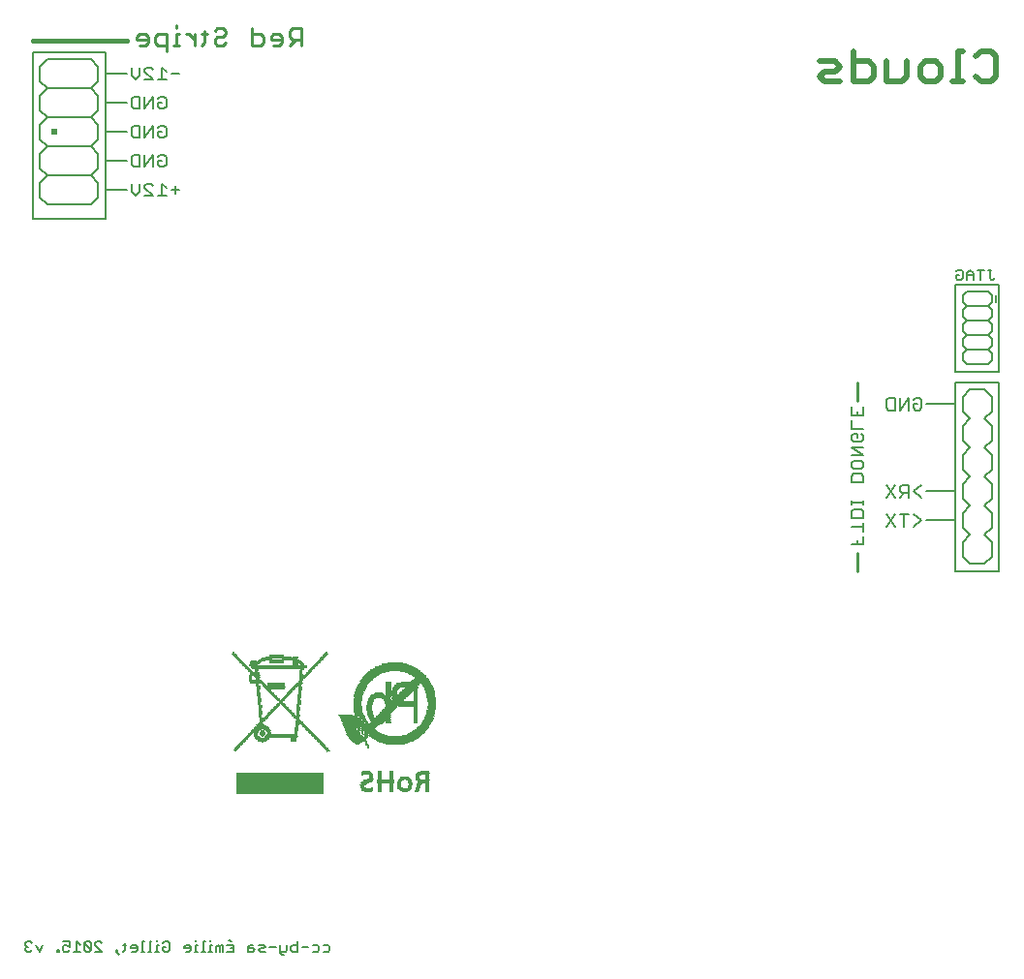
<source format=gbr>
G04 EAGLE Gerber RS-274X export*
G75*
%MOMM*%
%FSLAX34Y34*%
%LPD*%
%INSilkscreen Bottom*%
%IPPOS*%
%AMOC8*
5,1,8,0,0,1.08239X$1,22.5*%
G01*
%ADD10C,0.152400*%
%ADD11C,0.406400*%
%ADD12C,0.254000*%
%ADD13C,0.203200*%
%ADD14C,0.279400*%
%ADD15C,0.482600*%
%ADD16R,0.508000X0.508000*%
%ADD17R,7.569200X0.050800*%
%ADD18R,0.152400X0.050800*%
%ADD19R,0.203200X0.050800*%
%ADD20R,0.406400X0.050800*%
%ADD21R,0.558800X0.050800*%
%ADD22R,0.355600X0.050800*%
%ADD23R,0.711200X0.050800*%
%ADD24R,0.762000X0.050800*%
%ADD25R,0.863600X0.050800*%
%ADD26R,0.914400X0.050800*%
%ADD27R,0.965200X0.050800*%
%ADD28R,1.016000X0.050800*%
%ADD29R,1.117600X0.050800*%
%ADD30R,0.457200X0.050800*%
%ADD31R,0.304800X0.050800*%
%ADD32R,0.101600X0.050800*%
%ADD33R,0.660400X0.050800*%
%ADD34R,1.473200X0.050800*%
%ADD35R,0.812800X0.050800*%
%ADD36R,1.066800X0.050800*%
%ADD37R,0.508000X0.050800*%
%ADD38R,0.609600X0.050800*%
%ADD39R,1.219200X0.050800*%
%ADD40R,1.168400X0.050800*%
%ADD41R,0.050800X0.050800*%
%ADD42R,0.254000X0.050800*%
%ADD43R,1.727200X0.050800*%
%ADD44R,2.133600X0.050800*%
%ADD45R,2.438400X0.050800*%
%ADD46R,2.692400X0.050800*%
%ADD47R,2.946400X0.050800*%
%ADD48R,1.270000X0.050800*%
%ADD49R,3.149600X0.050800*%
%ADD50R,1.320800X0.050800*%
%ADD51R,3.352800X0.050800*%
%ADD52R,3.556000X0.050800*%
%ADD53R,3.759200X0.050800*%
%ADD54R,1.371600X0.050800*%
%ADD55R,3.860800X0.050800*%
%ADD56R,4.064000X0.050800*%
%ADD57R,4.165600X0.050800*%
%ADD58R,2.844800X0.050800*%
%ADD59R,4.368800X0.050800*%
%ADD60R,1.828800X0.050800*%
%ADD61R,1.625600X0.050800*%
%ADD62R,2.794000X0.050800*%
%ADD63R,1.524000X0.050800*%
%ADD64R,1.422400X0.050800*%
%ADD65R,2.743200X0.050800*%
%ADD66R,1.981200X0.050800*%
%ADD67R,1.930400X0.050800*%
%ADD68R,1.879600X0.050800*%
%ADD69R,1.778000X0.050800*%
%ADD70R,1.676400X0.050800*%
%ADD71R,1.574800X0.050800*%
%ADD72R,2.082800X0.050800*%
%ADD73R,2.997200X0.050800*%
%ADD74R,2.540000X0.050800*%
%ADD75R,4.216400X0.050800*%
%ADD76R,3.962400X0.050800*%
%ADD77R,4.521200X0.050800*%
%ADD78R,4.927600X0.050800*%
%ADD79R,3.403600X0.050800*%
%ADD80R,4.978400X0.050800*%
%ADD81R,3.200400X0.050800*%
%ADD82R,5.029200X0.050800*%
%ADD83R,2.184400X0.050800*%
%ADD84R,3.454400X0.050800*%
%ADD85R,2.286000X0.050800*%


D10*
X95250Y917575D02*
X31750Y917575D01*
X31750Y771525D01*
X95250Y771525D01*
X95250Y796925D01*
X95250Y822325D01*
X95250Y847725D01*
X95250Y873125D01*
X95250Y898525D01*
X95250Y917575D01*
D11*
X114300Y927100D02*
X31750Y927100D01*
D10*
X838200Y714375D02*
X876300Y714375D01*
X876300Y638175D01*
X838200Y638175D01*
X838200Y714375D01*
X838200Y628650D02*
X876300Y628650D01*
X876300Y463550D01*
X838200Y463550D01*
X838200Y628650D01*
D12*
X752475Y628650D02*
X752475Y612775D01*
X752475Y479425D02*
X752475Y463550D01*
D10*
X114300Y898525D02*
X95250Y898525D01*
X95250Y847725D02*
X114300Y847725D01*
X114300Y796925D02*
X95250Y796925D01*
X95250Y873125D02*
X114300Y873125D01*
X114300Y822325D02*
X95250Y822325D01*
X812800Y609600D02*
X838200Y609600D01*
X838200Y533400D02*
X812800Y533400D01*
X812800Y508000D02*
X838200Y508000D01*
X870922Y718312D02*
X872363Y719753D01*
X870922Y718312D02*
X869482Y718312D01*
X868041Y719753D01*
X868041Y726955D01*
X866601Y726955D02*
X869482Y726955D01*
X860127Y726955D02*
X860127Y718312D01*
X863008Y726955D02*
X857246Y726955D01*
X853653Y724074D02*
X853653Y718312D01*
X853653Y724074D02*
X850772Y726955D01*
X847890Y724074D01*
X847890Y718312D01*
X847890Y722634D02*
X853653Y722634D01*
X839976Y726955D02*
X838535Y725515D01*
X839976Y726955D02*
X842857Y726955D01*
X844297Y725515D01*
X844297Y719753D01*
X842857Y718312D01*
X839976Y718312D01*
X838535Y719753D01*
X838535Y722634D01*
X841416Y722634D01*
D13*
X803270Y614943D02*
X801491Y613164D01*
X803270Y614943D02*
X806830Y614943D01*
X808609Y613164D01*
X808609Y606046D01*
X806830Y604266D01*
X803270Y604266D01*
X801491Y606046D01*
X801491Y609605D01*
X805050Y609605D01*
X796915Y614943D02*
X796915Y604266D01*
X789797Y604266D02*
X796915Y614943D01*
X789797Y614943D02*
X789797Y604266D01*
X785221Y604266D02*
X785221Y614943D01*
X785221Y604266D02*
X779883Y604266D01*
X778103Y606046D01*
X778103Y613164D01*
X779883Y614943D01*
X785221Y614943D01*
X808609Y538743D02*
X801491Y533405D01*
X808609Y528066D01*
X796915Y528066D02*
X796915Y538743D01*
X791576Y538743D01*
X789797Y536964D01*
X789797Y533405D01*
X791576Y531625D01*
X796915Y531625D01*
X793356Y531625D02*
X789797Y528066D01*
X785221Y538743D02*
X778103Y528066D01*
X785221Y528066D02*
X778103Y538743D01*
X801491Y513343D02*
X808609Y508005D01*
X801491Y502666D01*
X793356Y502666D02*
X793356Y513343D01*
X796915Y513343D02*
X789797Y513343D01*
X785221Y513343D02*
X778103Y502666D01*
X785221Y502666D02*
X778103Y513343D01*
X160060Y796930D02*
X152942Y796930D01*
X156501Y800489D02*
X156501Y793371D01*
X148366Y798709D02*
X144807Y802268D01*
X144807Y791591D01*
X148366Y791591D02*
X141248Y791591D01*
X136672Y791591D02*
X129554Y791591D01*
X136672Y791591D02*
X129554Y798709D01*
X129554Y800489D01*
X131333Y802268D01*
X134893Y802268D01*
X136672Y800489D01*
X124978Y802268D02*
X124978Y795150D01*
X121419Y791591D01*
X117860Y795150D01*
X117860Y802268D01*
X152942Y898530D02*
X160060Y898530D01*
X148366Y900309D02*
X144807Y903868D01*
X144807Y893191D01*
X148366Y893191D02*
X141248Y893191D01*
X136672Y893191D02*
X129554Y893191D01*
X136672Y893191D02*
X129554Y900309D01*
X129554Y902089D01*
X131333Y903868D01*
X134893Y903868D01*
X136672Y902089D01*
X124978Y903868D02*
X124978Y896750D01*
X121419Y893191D01*
X117860Y896750D01*
X117860Y903868D01*
X143027Y853068D02*
X141248Y851289D01*
X143027Y853068D02*
X146586Y853068D01*
X148366Y851289D01*
X148366Y844171D01*
X146586Y842391D01*
X143027Y842391D01*
X141248Y844171D01*
X141248Y847730D01*
X144807Y847730D01*
X136672Y853068D02*
X136672Y842391D01*
X129554Y842391D02*
X136672Y853068D01*
X129554Y853068D02*
X129554Y842391D01*
X124978Y842391D02*
X124978Y853068D01*
X124978Y842391D02*
X119639Y842391D01*
X117860Y844171D01*
X117860Y851289D01*
X119639Y853068D01*
X124978Y853068D01*
D14*
X266151Y923417D02*
X266151Y938416D01*
X258652Y938416D01*
X256152Y935916D01*
X256152Y930916D01*
X258652Y928417D01*
X266151Y928417D01*
X261151Y928417D02*
X256152Y923417D01*
X247280Y923417D02*
X242280Y923417D01*
X247280Y923417D02*
X249779Y925917D01*
X249779Y930916D01*
X247280Y933416D01*
X242280Y933416D01*
X239780Y930916D01*
X239780Y928417D01*
X249779Y928417D01*
X223409Y923417D02*
X223409Y938416D01*
X223409Y923417D02*
X230908Y923417D01*
X233408Y925917D01*
X233408Y930916D01*
X230908Y933416D01*
X223409Y933416D01*
X193165Y938416D02*
X190665Y935916D01*
X193165Y938416D02*
X198165Y938416D01*
X200665Y935916D01*
X200665Y933416D01*
X198165Y930916D01*
X193165Y930916D01*
X190665Y928417D01*
X190665Y925917D01*
X193165Y923417D01*
X198165Y923417D01*
X200665Y925917D01*
X181793Y925917D02*
X181793Y935916D01*
X181793Y925917D02*
X179294Y923417D01*
X179294Y933416D02*
X184293Y933416D01*
X173379Y933416D02*
X173379Y923417D01*
X173379Y928417D02*
X168379Y933416D01*
X165879Y933416D01*
X159736Y933416D02*
X157236Y933416D01*
X157236Y923417D01*
X159736Y923417D02*
X154736Y923417D01*
X157236Y938416D02*
X157236Y940916D01*
X148821Y933416D02*
X148821Y918417D01*
X148821Y933416D02*
X141322Y933416D01*
X138822Y930916D01*
X138822Y925917D01*
X141322Y923417D01*
X148821Y923417D01*
X129950Y923417D02*
X124950Y923417D01*
X129950Y923417D02*
X132450Y925917D01*
X132450Y930916D01*
X129950Y933416D01*
X124950Y933416D01*
X122451Y930916D01*
X122451Y928417D01*
X132450Y928417D01*
D10*
X285576Y136699D02*
X289897Y136699D01*
X291338Y135259D01*
X291338Y132378D01*
X289897Y130937D01*
X285576Y130937D01*
X280542Y136699D02*
X276221Y136699D01*
X280542Y136699D02*
X281983Y135259D01*
X281983Y132378D01*
X280542Y130937D01*
X276221Y130937D01*
X272628Y135259D02*
X266865Y135259D01*
X263272Y139580D02*
X263272Y130937D01*
X258951Y130937D01*
X257510Y132378D01*
X257510Y135259D01*
X258951Y136699D01*
X263272Y136699D01*
X253917Y136699D02*
X253917Y132378D01*
X252477Y130937D01*
X248155Y130937D01*
X248155Y129496D02*
X248155Y136699D01*
X248155Y129496D02*
X249596Y128056D01*
X251036Y128056D01*
X244562Y135259D02*
X238800Y135259D01*
X235207Y130937D02*
X230885Y130937D01*
X229445Y132378D01*
X230885Y133818D01*
X233766Y133818D01*
X235207Y135259D01*
X233766Y136699D01*
X229445Y136699D01*
X224411Y136699D02*
X221530Y136699D01*
X220089Y135259D01*
X220089Y130937D01*
X224411Y130937D01*
X225852Y132378D01*
X224411Y133818D01*
X220089Y133818D01*
X207141Y136699D02*
X201379Y136699D01*
X207141Y136699D02*
X207141Y130937D01*
X201379Y130937D01*
X204260Y133818D02*
X207141Y133818D01*
X205701Y139580D02*
X202820Y141021D01*
X197786Y136699D02*
X197786Y130937D01*
X197786Y136699D02*
X196346Y136699D01*
X194905Y135259D01*
X194905Y130937D01*
X194905Y135259D02*
X193464Y136699D01*
X192024Y135259D01*
X192024Y130937D01*
X188431Y136699D02*
X186990Y136699D01*
X186990Y130937D01*
X185550Y130937D02*
X188431Y130937D01*
X186990Y139580D02*
X186990Y141021D01*
X182194Y139580D02*
X180754Y139580D01*
X180754Y130937D01*
X182194Y130937D02*
X179313Y130937D01*
X175957Y136699D02*
X174517Y136699D01*
X174517Y130937D01*
X175957Y130937D02*
X173076Y130937D01*
X174517Y139580D02*
X174517Y141021D01*
X168280Y130937D02*
X165399Y130937D01*
X168280Y130937D02*
X169721Y132378D01*
X169721Y135259D01*
X168280Y136699D01*
X165399Y136699D01*
X163958Y135259D01*
X163958Y133818D01*
X169721Y133818D01*
X146689Y139580D02*
X145248Y138140D01*
X146689Y139580D02*
X149570Y139580D01*
X151010Y138140D01*
X151010Y132378D01*
X149570Y130937D01*
X146689Y130937D01*
X145248Y132378D01*
X145248Y135259D01*
X148129Y135259D01*
X141655Y136699D02*
X140214Y136699D01*
X140214Y130937D01*
X138774Y130937D02*
X141655Y130937D01*
X140214Y139580D02*
X140214Y141021D01*
X135418Y139580D02*
X133978Y139580D01*
X133978Y130937D01*
X135418Y130937D02*
X132537Y130937D01*
X129181Y139580D02*
X127741Y139580D01*
X127741Y130937D01*
X129181Y130937D02*
X126300Y130937D01*
X121504Y130937D02*
X118623Y130937D01*
X121504Y130937D02*
X122945Y132378D01*
X122945Y135259D01*
X121504Y136699D01*
X118623Y136699D01*
X117182Y135259D01*
X117182Y133818D01*
X122945Y133818D01*
X112149Y132378D02*
X112149Y138140D01*
X112149Y132378D02*
X110708Y130937D01*
X110708Y136699D02*
X113590Y136699D01*
X107353Y128056D02*
X104472Y130937D01*
X104472Y132378D01*
X105912Y132378D01*
X105912Y130937D01*
X104472Y130937D01*
X91761Y130937D02*
X85999Y130937D01*
X91761Y130937D02*
X85999Y136699D01*
X85999Y138140D01*
X87439Y139580D01*
X90320Y139580D01*
X91761Y138140D01*
X82406Y138140D02*
X82406Y132378D01*
X82406Y138140D02*
X80965Y139580D01*
X78084Y139580D01*
X76643Y138140D01*
X76643Y132378D01*
X78084Y130937D01*
X80965Y130937D01*
X82406Y132378D01*
X76643Y138140D01*
X73050Y136699D02*
X70169Y139580D01*
X70169Y130937D01*
X73050Y130937D02*
X67288Y130937D01*
X63695Y139580D02*
X57933Y139580D01*
X63695Y139580D02*
X63695Y135259D01*
X60814Y136699D01*
X59374Y136699D01*
X57933Y135259D01*
X57933Y132378D01*
X59374Y130937D01*
X62255Y130937D01*
X63695Y132378D01*
X54340Y132378D02*
X54340Y130937D01*
X54340Y132378D02*
X52899Y132378D01*
X52899Y130937D01*
X54340Y130937D01*
X40307Y136699D02*
X37426Y130937D01*
X34545Y136699D01*
X30952Y138140D02*
X29511Y139580D01*
X26630Y139580D01*
X25190Y138140D01*
X25190Y136699D01*
X26630Y135259D01*
X28071Y135259D01*
X26630Y135259D02*
X25190Y133818D01*
X25190Y132378D01*
X26630Y130937D01*
X29511Y130937D01*
X30952Y132378D01*
D13*
X747141Y486791D02*
X757818Y486791D01*
X757818Y493909D01*
X752480Y490350D02*
X752480Y486791D01*
X747141Y502044D02*
X757818Y502044D01*
X757818Y498485D02*
X757818Y505603D01*
X757818Y510179D02*
X747141Y510179D01*
X747141Y515518D01*
X748921Y517297D01*
X756039Y517297D01*
X757818Y515518D01*
X757818Y510179D01*
X747141Y521873D02*
X747141Y525432D01*
X747141Y523652D02*
X757818Y523652D01*
X757818Y521873D02*
X757818Y525432D01*
X757818Y541363D02*
X747141Y541363D01*
X747141Y546701D01*
X748921Y548481D01*
X756039Y548481D01*
X757818Y546701D01*
X757818Y541363D01*
X757818Y554836D02*
X757818Y558395D01*
X757818Y554836D02*
X756039Y553057D01*
X748921Y553057D01*
X747141Y554836D01*
X747141Y558395D01*
X748921Y560175D01*
X756039Y560175D01*
X757818Y558395D01*
X757818Y564751D02*
X747141Y564751D01*
X747141Y571869D02*
X757818Y564751D01*
X757818Y571869D02*
X747141Y571869D01*
X757818Y581783D02*
X756039Y583563D01*
X757818Y581783D02*
X757818Y578224D01*
X756039Y576445D01*
X748921Y576445D01*
X747141Y578224D01*
X747141Y581783D01*
X748921Y583563D01*
X752480Y583563D01*
X752480Y580004D01*
X757818Y588139D02*
X747141Y588139D01*
X747141Y595257D01*
X757818Y599833D02*
X757818Y606951D01*
X757818Y599833D02*
X747141Y599833D01*
X747141Y606951D01*
X752480Y603392D02*
X752480Y599833D01*
X143027Y878468D02*
X141248Y876689D01*
X143027Y878468D02*
X146586Y878468D01*
X148366Y876689D01*
X148366Y869571D01*
X146586Y867791D01*
X143027Y867791D01*
X141248Y869571D01*
X141248Y873130D01*
X144807Y873130D01*
X136672Y878468D02*
X136672Y867791D01*
X129554Y867791D02*
X136672Y878468D01*
X129554Y878468D02*
X129554Y867791D01*
X124978Y867791D02*
X124978Y878468D01*
X124978Y867791D02*
X119639Y867791D01*
X117860Y869571D01*
X117860Y876689D01*
X119639Y878468D01*
X124978Y878468D01*
X143027Y827668D02*
X141248Y825889D01*
X143027Y827668D02*
X146586Y827668D01*
X148366Y825889D01*
X148366Y818771D01*
X146586Y816991D01*
X143027Y816991D01*
X141248Y818771D01*
X141248Y822330D01*
X144807Y822330D01*
X136672Y827668D02*
X136672Y816991D01*
X129554Y816991D02*
X136672Y827668D01*
X129554Y827668D02*
X129554Y816991D01*
X124978Y816991D02*
X124978Y827668D01*
X124978Y816991D02*
X119639Y816991D01*
X117860Y818771D01*
X117860Y825889D01*
X119639Y827668D01*
X124978Y827668D01*
D15*
X855922Y913869D02*
X860414Y918360D01*
X869396Y918360D01*
X873887Y913869D01*
X873887Y895904D01*
X869396Y891413D01*
X860414Y891413D01*
X855922Y895904D01*
X844652Y918360D02*
X840161Y918360D01*
X840161Y891413D01*
X844652Y891413D02*
X835670Y891413D01*
X820671Y891413D02*
X811689Y891413D01*
X807197Y895904D01*
X807197Y904887D01*
X811689Y909378D01*
X820671Y909378D01*
X825162Y904887D01*
X825162Y895904D01*
X820671Y891413D01*
X795927Y895904D02*
X795927Y909378D01*
X795927Y895904D02*
X791436Y891413D01*
X777962Y891413D01*
X777962Y909378D01*
X748727Y918360D02*
X748727Y891413D01*
X762201Y891413D01*
X766692Y895904D01*
X766692Y904887D01*
X762201Y909378D01*
X748727Y909378D01*
X737457Y891413D02*
X723984Y891413D01*
X719492Y895904D01*
X723984Y900395D01*
X732966Y900395D01*
X737457Y904887D01*
X732966Y909378D01*
X719492Y909378D01*
D10*
X866775Y708025D02*
X869950Y704850D01*
X869950Y698500D02*
X866775Y695325D01*
X869950Y692150D01*
X869950Y685800D02*
X866775Y682625D01*
X869950Y679450D01*
X869950Y673100D02*
X866775Y669925D01*
X869950Y666750D01*
X869950Y660400D02*
X866775Y657225D01*
X866775Y708025D02*
X847725Y708025D01*
X844550Y704850D01*
X844550Y698500D01*
X847725Y695325D01*
X844550Y692150D01*
X844550Y685800D01*
X847725Y682625D01*
X844550Y679450D01*
X844550Y673100D01*
X847725Y669925D01*
X844550Y666750D01*
X844550Y660400D01*
X847725Y657225D01*
X847725Y695325D02*
X866775Y695325D01*
X866775Y682625D02*
X847725Y682625D01*
X847725Y669925D02*
X866775Y669925D01*
X866775Y657225D02*
X847725Y657225D01*
X869950Y660400D02*
X869950Y666750D01*
X869950Y673100D02*
X869950Y679450D01*
X869950Y685800D02*
X869950Y692150D01*
X869950Y698500D02*
X869950Y704850D01*
X866775Y657225D02*
X869950Y654050D01*
X869950Y647700D02*
X866775Y644525D01*
X847725Y657225D02*
X844550Y654050D01*
X844550Y647700D01*
X847725Y644525D01*
X866775Y644525D01*
X869950Y647700D02*
X869950Y654050D01*
D13*
X873125Y698500D02*
X873125Y704850D01*
X850900Y495300D02*
X844550Y488950D01*
X844550Y476250D01*
X850900Y469900D01*
X863600Y469900D02*
X869950Y476250D01*
X869950Y488950D01*
X863600Y495300D01*
X844550Y527050D02*
X844550Y539750D01*
X844550Y527050D02*
X850900Y520700D01*
X863600Y520700D02*
X869950Y527050D01*
X850900Y520700D02*
X844550Y514350D01*
X844550Y501650D01*
X850900Y495300D01*
X863600Y495300D02*
X869950Y501650D01*
X869950Y514350D01*
X863600Y520700D01*
X844550Y565150D02*
X850900Y571500D01*
X844550Y565150D02*
X844550Y552450D01*
X850900Y546100D01*
X863600Y546100D02*
X869950Y552450D01*
X869950Y565150D01*
X863600Y571500D01*
X850900Y546100D02*
X844550Y539750D01*
X863600Y546100D02*
X869950Y539750D01*
X869950Y527050D01*
X844550Y603250D02*
X844550Y615950D01*
X844550Y603250D02*
X850900Y596900D01*
X863600Y596900D02*
X869950Y603250D01*
X850900Y596900D02*
X844550Y590550D01*
X844550Y577850D01*
X850900Y571500D01*
X863600Y571500D02*
X869950Y577850D01*
X869950Y590550D01*
X863600Y596900D01*
X863600Y622300D02*
X850900Y622300D01*
X844550Y615950D01*
X863600Y622300D02*
X869950Y615950D01*
X869950Y603250D01*
X863600Y469900D02*
X850900Y469900D01*
D10*
X44450Y784225D02*
X38100Y790575D01*
X38100Y803275D02*
X44450Y809625D01*
X38100Y815975D01*
X38100Y828675D02*
X44450Y835025D01*
X38100Y841375D01*
X38100Y854075D02*
X44450Y860425D01*
X38100Y866775D01*
X38100Y879475D02*
X44450Y885825D01*
X44450Y784225D02*
X82550Y784225D01*
X88900Y790575D01*
X88900Y803275D01*
X82550Y809625D01*
X88900Y815975D01*
X88900Y828675D01*
X82550Y835025D01*
X88900Y841375D01*
X88900Y854075D01*
X82550Y860425D01*
X88900Y866775D01*
X88900Y879475D01*
X82550Y885825D01*
X82550Y809625D02*
X44450Y809625D01*
X44450Y835025D02*
X82550Y835025D01*
X82550Y860425D02*
X44450Y860425D01*
X44450Y885825D02*
X82550Y885825D01*
X38100Y879475D02*
X38100Y866775D01*
X38100Y854075D02*
X38100Y841375D01*
X38100Y828675D02*
X38100Y815975D01*
X38100Y803275D02*
X38100Y790575D01*
X44450Y885825D02*
X38100Y892175D01*
X38100Y904875D02*
X44450Y911225D01*
X82550Y885825D02*
X88900Y892175D01*
X88900Y904875D01*
X82550Y911225D01*
X44450Y911225D01*
X38100Y904875D02*
X38100Y892175D01*
D13*
X31750Y803275D02*
X31750Y790575D01*
D16*
X50800Y847725D03*
D17*
X248031Y268478D03*
X248031Y268986D03*
X248031Y269494D03*
D18*
X356743Y270002D03*
D19*
X324993Y270002D03*
D17*
X248031Y270002D03*
D20*
X376301Y270510D03*
X367157Y270510D03*
D21*
X356743Y270510D03*
D20*
X345313Y270510D03*
D22*
X334899Y270510D03*
D23*
X324993Y270510D03*
D17*
X248031Y270510D03*
D20*
X376301Y271018D03*
X367157Y271018D03*
D24*
X356743Y271018D03*
D20*
X345313Y271018D03*
X334645Y271018D03*
D25*
X324739Y271018D03*
D17*
X248031Y271018D03*
D20*
X376301Y271526D03*
X367665Y271526D03*
D26*
X356997Y271526D03*
D20*
X345313Y271526D03*
X334645Y271526D03*
D27*
X324231Y271526D03*
D17*
X248031Y271526D03*
D20*
X376301Y272034D03*
X367665Y272034D03*
D28*
X356997Y272034D03*
D20*
X345313Y272034D03*
X334645Y272034D03*
D28*
X323977Y272034D03*
D17*
X248031Y272034D03*
D20*
X376301Y272542D03*
X367665Y272542D03*
D29*
X356997Y272542D03*
D20*
X345313Y272542D03*
X334645Y272542D03*
D28*
X323977Y272542D03*
D17*
X248031Y272542D03*
D20*
X376301Y273050D03*
X368173Y273050D03*
D30*
X360299Y273050D03*
X353187Y273050D03*
D20*
X345313Y273050D03*
X334645Y273050D03*
D31*
X327533Y273050D03*
D21*
X321183Y273050D03*
D17*
X248031Y273050D03*
D20*
X376301Y273558D03*
X368173Y273558D03*
X361061Y273558D03*
D30*
X352679Y273558D03*
D20*
X345313Y273558D03*
X334645Y273558D03*
D32*
X328549Y273558D03*
D30*
X320675Y273558D03*
D17*
X248031Y273558D03*
D20*
X376301Y274066D03*
X368681Y274066D03*
X361061Y274066D03*
X352425Y274066D03*
X345313Y274066D03*
X334645Y274066D03*
X320421Y274066D03*
D17*
X248031Y274066D03*
D20*
X376301Y274574D03*
X368681Y274574D03*
X361569Y274574D03*
D22*
X352171Y274574D03*
D20*
X345313Y274574D03*
X334645Y274574D03*
X319913Y274574D03*
D17*
X248031Y274574D03*
D20*
X376301Y275082D03*
X368681Y275082D03*
X361569Y275082D03*
X351917Y275082D03*
X345313Y275082D03*
X334645Y275082D03*
X319913Y275082D03*
D17*
X248031Y275082D03*
D20*
X376301Y275590D03*
X369189Y275590D03*
X361569Y275590D03*
X351917Y275590D03*
X345313Y275590D03*
X334645Y275590D03*
X319913Y275590D03*
D17*
X248031Y275590D03*
D20*
X376301Y276098D03*
X369189Y276098D03*
D22*
X361823Y276098D03*
D20*
X351917Y276098D03*
X345313Y276098D03*
X334645Y276098D03*
D30*
X320167Y276098D03*
D17*
X248031Y276098D03*
D20*
X376301Y276606D03*
X369697Y276606D03*
D22*
X361823Y276606D03*
D20*
X351917Y276606D03*
X345313Y276606D03*
X334645Y276606D03*
D30*
X320675Y276606D03*
D17*
X248031Y276606D03*
D20*
X376301Y277114D03*
D30*
X369951Y277114D03*
D22*
X361823Y277114D03*
D20*
X351917Y277114D03*
X345313Y277114D03*
X334645Y277114D03*
D21*
X321183Y277114D03*
D17*
X248031Y277114D03*
D28*
X373253Y277622D03*
D22*
X361823Y277622D03*
D20*
X351917Y277622D03*
X345313Y277622D03*
X334645Y277622D03*
D33*
X321691Y277622D03*
D17*
X248031Y277622D03*
D28*
X373253Y278130D03*
D20*
X361569Y278130D03*
X351917Y278130D03*
D34*
X339979Y278130D03*
D23*
X322453Y278130D03*
D17*
X248031Y278130D03*
D27*
X373507Y278638D03*
D20*
X361569Y278638D03*
X351917Y278638D03*
D34*
X339979Y278638D03*
D24*
X323215Y278638D03*
D17*
X248031Y278638D03*
D27*
X373507Y279146D03*
D22*
X361315Y279146D03*
X352171Y279146D03*
D34*
X339979Y279146D03*
D35*
X323977Y279146D03*
D17*
X248031Y279146D03*
D36*
X372999Y279654D03*
D20*
X361061Y279654D03*
X352425Y279654D03*
D34*
X339979Y279654D03*
D35*
X324485Y279654D03*
D17*
X248031Y279654D03*
D29*
X372745Y280162D03*
D30*
X360807Y280162D03*
D20*
X352933Y280162D03*
D34*
X339979Y280162D03*
D24*
X325247Y280162D03*
D17*
X248031Y280162D03*
D20*
X376301Y280670D03*
D37*
X369189Y280670D03*
X360045Y280670D03*
X353441Y280670D03*
D34*
X339979Y280670D03*
D38*
X326009Y280670D03*
D17*
X248031Y280670D03*
D20*
X376301Y281178D03*
X368681Y281178D03*
D36*
X356743Y281178D03*
D20*
X345313Y281178D03*
X334645Y281178D03*
D21*
X326771Y281178D03*
D17*
X248031Y281178D03*
D20*
X376301Y281686D03*
X368173Y281686D03*
D27*
X356743Y281686D03*
D20*
X345313Y281686D03*
X334645Y281686D03*
D30*
X327279Y281686D03*
D17*
X248031Y281686D03*
D20*
X376301Y282194D03*
D22*
X367919Y282194D03*
D25*
X356743Y282194D03*
D20*
X345313Y282194D03*
X334645Y282194D03*
X327533Y282194D03*
D17*
X248031Y282194D03*
D20*
X376301Y282702D03*
D22*
X367919Y282702D03*
D24*
X356743Y282702D03*
D20*
X345313Y282702D03*
X334645Y282702D03*
X327533Y282702D03*
D17*
X248031Y282702D03*
D20*
X376301Y283210D03*
D22*
X367919Y283210D03*
D37*
X356997Y283210D03*
D20*
X345313Y283210D03*
X334645Y283210D03*
X327533Y283210D03*
D17*
X248031Y283210D03*
D20*
X376301Y283718D03*
X368173Y283718D03*
X345313Y283718D03*
X334645Y283718D03*
X327533Y283718D03*
D17*
X248031Y283718D03*
D20*
X376301Y284226D03*
X368173Y284226D03*
X345313Y284226D03*
X334645Y284226D03*
X327533Y284226D03*
D17*
X248031Y284226D03*
D20*
X376301Y284734D03*
D37*
X368681Y284734D03*
D20*
X345313Y284734D03*
X334645Y284734D03*
X327025Y284734D03*
D32*
X319913Y284734D03*
D17*
X248031Y284734D03*
D39*
X372237Y285242D03*
D20*
X345313Y285242D03*
X334645Y285242D03*
D27*
X324231Y285242D03*
D17*
X248031Y285242D03*
D40*
X372491Y285750D03*
D20*
X345313Y285750D03*
X334645Y285750D03*
D26*
X323977Y285750D03*
D17*
X248031Y285750D03*
D29*
X372745Y286258D03*
D20*
X345313Y286258D03*
X334645Y286258D03*
D26*
X323977Y286258D03*
D17*
X248031Y286258D03*
D36*
X372999Y286766D03*
D20*
X345313Y286766D03*
X334645Y286766D03*
D26*
X323469Y286766D03*
D27*
X373507Y287274D03*
D20*
X345313Y287274D03*
X334645Y287274D03*
D35*
X322961Y287274D03*
D24*
X374523Y287782D03*
D31*
X345313Y287782D03*
D22*
X334899Y287782D03*
D38*
X322961Y287782D03*
D41*
X289687Y305054D03*
D18*
X289687Y305562D03*
D32*
X208661Y305562D03*
D31*
X289941Y306070D03*
D19*
X208661Y306070D03*
D22*
X289687Y306578D03*
D31*
X208661Y306578D03*
D22*
X289179Y307086D03*
X208915Y307086D03*
X288671Y307594D03*
X209423Y307594D03*
D32*
X324993Y308102D03*
D22*
X288163Y308102D03*
X209931Y308102D03*
D19*
X324993Y308610D03*
D31*
X287909Y308610D03*
D22*
X210439Y308610D03*
D19*
X324993Y309118D03*
D22*
X287147Y309118D03*
D31*
X210693Y309118D03*
D19*
X324993Y309626D03*
D22*
X286639Y309626D03*
D31*
X211201Y309626D03*
D19*
X324485Y310134D03*
D22*
X286131Y310134D03*
D31*
X211709Y310134D03*
D19*
X324485Y310642D03*
D22*
X285623Y310642D03*
D31*
X212217Y310642D03*
D42*
X324231Y311150D03*
D31*
X285369Y311150D03*
X212725Y311150D03*
D39*
X348361Y311658D03*
D19*
X323977Y311658D03*
D31*
X284861Y311658D03*
X213233Y311658D03*
D43*
X348361Y312166D03*
D42*
X323723Y312166D03*
D31*
X315849Y312166D03*
X284353Y312166D03*
X213741Y312166D03*
D44*
X348361Y312674D03*
D19*
X323469Y312674D03*
D21*
X315595Y312674D03*
D31*
X283845Y312674D03*
X214249Y312674D03*
D45*
X348361Y313182D03*
D19*
X322961Y313182D03*
D24*
X315595Y313182D03*
D31*
X283337Y313182D03*
X214757Y313182D03*
D46*
X348107Y313690D03*
D19*
X322961Y313690D03*
D26*
X315849Y313690D03*
D31*
X282829Y313690D03*
D32*
X232537Y313690D03*
D31*
X215265Y313690D03*
D47*
X348361Y314198D03*
D48*
X317119Y314198D03*
D31*
X282321Y314198D03*
D37*
X259969Y314198D03*
D21*
X232283Y314198D03*
D31*
X215773Y314198D03*
D49*
X348361Y314706D03*
D50*
X316865Y314706D03*
D31*
X281813Y314706D03*
D37*
X259969Y314706D03*
D24*
X232283Y314706D03*
D31*
X216281Y314706D03*
D51*
X348361Y315214D03*
D50*
X316357Y315214D03*
D31*
X281305Y315214D03*
D37*
X259969Y315214D03*
D26*
X232537Y315214D03*
D31*
X216789Y315214D03*
D52*
X348361Y315722D03*
D50*
X315849Y315722D03*
D31*
X280797Y315722D03*
D37*
X259969Y315722D03*
D28*
X232537Y315722D03*
D31*
X217297Y315722D03*
D53*
X348361Y316230D03*
D41*
X323215Y316230D03*
D54*
X315595Y316230D03*
D31*
X280289Y316230D03*
D37*
X259969Y316230D03*
D29*
X232537Y316230D03*
D31*
X217805Y316230D03*
D55*
X348361Y316738D03*
D18*
X323215Y316738D03*
D54*
X315087Y316738D03*
D31*
X279781Y316738D03*
D37*
X259969Y316738D03*
D39*
X232537Y316738D03*
D22*
X218059Y316738D03*
D56*
X348361Y317246D03*
D42*
X323215Y317246D03*
D50*
X314833Y317246D03*
D31*
X279273Y317246D03*
D37*
X259969Y317246D03*
D48*
X232283Y317246D03*
D22*
X218567Y317246D03*
D57*
X348361Y317754D03*
D31*
X322961Y317754D03*
D50*
X314325Y317754D03*
D31*
X278765Y317754D03*
D58*
X248285Y317754D03*
D37*
X228473Y317754D03*
D22*
X219075Y317754D03*
D59*
X348361Y318262D03*
D31*
X322961Y318262D03*
D54*
X314071Y318262D03*
D31*
X278257Y318262D03*
D58*
X248793Y318262D03*
D30*
X227711Y318262D03*
D22*
X219583Y318262D03*
D60*
X361569Y318770D03*
X335153Y318770D03*
D31*
X322961Y318770D03*
D50*
X313817Y318770D03*
D31*
X277749Y318770D03*
D58*
X249301Y318770D03*
D18*
X232283Y318770D03*
D20*
X227457Y318770D03*
D22*
X220091Y318770D03*
D61*
X363093Y319278D03*
X333629Y319278D03*
D31*
X322961Y319278D03*
D50*
X313309Y319278D03*
D31*
X277241Y319278D03*
D62*
X249555Y319278D03*
D22*
X232283Y319278D03*
D20*
X226949Y319278D03*
D31*
X220345Y319278D03*
D63*
X364109Y319786D03*
D64*
X332613Y319786D03*
D31*
X322961Y319786D03*
D48*
X313055Y319786D03*
D31*
X276733Y319786D03*
D65*
X249809Y319786D03*
D20*
X232537Y319786D03*
X226949Y319786D03*
D31*
X220853Y319786D03*
D64*
X365125Y320294D03*
D50*
X332105Y320294D03*
D31*
X322961Y320294D03*
D32*
X320421Y320294D03*
D48*
X312547Y320294D03*
D31*
X276225Y320294D03*
D65*
X249809Y320294D03*
D37*
X232537Y320294D03*
D20*
X226949Y320294D03*
D31*
X221361Y320294D03*
D54*
X366395Y320802D03*
D39*
X331089Y320802D03*
D31*
X322961Y320802D03*
D18*
X320167Y320802D03*
D39*
X312293Y320802D03*
D31*
X275717Y320802D03*
D42*
X262255Y320802D03*
D20*
X238125Y320802D03*
D37*
X232537Y320802D03*
D22*
X226695Y320802D03*
D31*
X221869Y320802D03*
D50*
X367157Y321310D03*
D29*
X330581Y321310D03*
D31*
X322961Y321310D03*
D19*
X319913Y321310D03*
D39*
X311785Y321310D03*
D31*
X275209Y321310D03*
D42*
X262255Y321310D03*
D20*
X238125Y321310D03*
D37*
X232537Y321310D03*
D22*
X226695Y321310D03*
D31*
X222377Y321310D03*
D48*
X367919Y321818D03*
D28*
X330073Y321818D03*
D31*
X322961Y321818D03*
D19*
X319913Y321818D03*
D39*
X311785Y321818D03*
D31*
X274701Y321818D03*
D42*
X262255Y321818D03*
D20*
X238125Y321818D03*
D37*
X232537Y321818D03*
D22*
X226695Y321818D03*
D31*
X222885Y321818D03*
D39*
X368681Y322326D03*
D26*
X329565Y322326D03*
D31*
X322961Y322326D03*
D19*
X319913Y322326D03*
D39*
X311277Y322326D03*
D31*
X274193Y322326D03*
D42*
X262255Y322326D03*
D20*
X238125Y322326D03*
D30*
X232283Y322326D03*
D23*
X225425Y322326D03*
D29*
X369189Y322834D03*
D35*
X329057Y322834D03*
D31*
X322961Y322834D03*
D19*
X319913Y322834D03*
D40*
X311023Y322834D03*
D31*
X273685Y322834D03*
D42*
X262255Y322834D03*
D22*
X237871Y322834D03*
D20*
X232537Y322834D03*
D33*
X225679Y322834D03*
D29*
X369697Y323342D03*
D24*
X328803Y323342D03*
D31*
X322961Y323342D03*
D19*
X319913Y323342D03*
D32*
X317881Y323342D03*
D40*
X310515Y323342D03*
D31*
X273177Y323342D03*
X262509Y323342D03*
D20*
X237617Y323342D03*
D31*
X232537Y323342D03*
D33*
X226187Y323342D03*
D36*
X370459Y323850D03*
D33*
X328295Y323850D03*
D21*
X321691Y323850D03*
D18*
X317627Y323850D03*
D29*
X310261Y323850D03*
D31*
X272669Y323850D03*
X262509Y323850D03*
D30*
X237363Y323850D03*
D32*
X232537Y323850D03*
D38*
X226441Y323850D03*
D36*
X370967Y324358D03*
D38*
X328041Y324358D03*
D37*
X321437Y324358D03*
D19*
X317373Y324358D03*
D36*
X310007Y324358D03*
D31*
X272161Y324358D03*
X262509Y324358D03*
D30*
X236855Y324358D03*
D38*
X226949Y324358D03*
D36*
X371475Y324866D03*
D38*
X327533Y324866D03*
D37*
X321437Y324866D03*
D42*
X317119Y324866D03*
D36*
X309499Y324866D03*
D31*
X271653Y324866D03*
X262509Y324866D03*
D21*
X236347Y324866D03*
D23*
X227965Y324866D03*
D36*
X371983Y325374D03*
D33*
X327787Y325374D03*
D37*
X321437Y325374D03*
D31*
X316865Y325374D03*
D28*
X309245Y325374D03*
D31*
X271145Y325374D03*
X262509Y325374D03*
D54*
X231775Y325374D03*
D27*
X372491Y325882D03*
D23*
X328041Y325882D03*
D37*
X321437Y325882D03*
D20*
X316357Y325882D03*
D28*
X308737Y325882D03*
D31*
X270637Y325882D03*
X262509Y325882D03*
D50*
X232029Y325882D03*
D27*
X372999Y326390D03*
D24*
X328295Y326390D03*
D30*
X321183Y326390D03*
D42*
X317119Y326390D03*
D40*
X309499Y326390D03*
D22*
X270383Y326390D03*
D42*
X262763Y326390D03*
D39*
X232029Y326390D03*
D27*
X373507Y326898D03*
D25*
X328295Y326898D03*
D24*
X319659Y326898D03*
D40*
X309499Y326898D03*
D22*
X269875Y326898D03*
D42*
X262763Y326898D03*
D40*
X231775Y326898D03*
D26*
X373761Y327406D03*
X328549Y327406D03*
D66*
X313563Y327406D03*
D22*
X269367Y327406D03*
D42*
X262763Y327406D03*
D36*
X231775Y327406D03*
D26*
X374269Y327914D03*
D28*
X328549Y327914D03*
D66*
X313055Y327914D03*
D22*
X268859Y327914D03*
D42*
X262763Y327914D03*
D26*
X231521Y327914D03*
X374777Y328422D03*
D36*
X328803Y328422D03*
D66*
X313055Y328422D03*
D22*
X268351Y328422D03*
D42*
X262763Y328422D03*
D24*
X231267Y328422D03*
D26*
X374777Y328930D03*
D40*
X328803Y328930D03*
D67*
X312801Y328930D03*
D22*
X267843Y328930D03*
D31*
X263017Y328930D03*
D21*
X230759Y328930D03*
D26*
X375285Y329438D03*
D48*
X329311Y329438D03*
D66*
X312547Y329438D03*
D22*
X267335Y329438D03*
D31*
X263017Y329438D03*
D37*
X231013Y329438D03*
D25*
X375539Y329946D03*
D29*
X331597Y329946D03*
D31*
X323977Y329946D03*
D67*
X312293Y329946D03*
D22*
X266827Y329946D03*
D31*
X263017Y329946D03*
D20*
X231013Y329946D03*
D25*
X376047Y330454D03*
D20*
X366141Y330454D03*
D30*
X342519Y330454D03*
D40*
X332359Y330454D03*
D42*
X323723Y330454D03*
D68*
X312039Y330454D03*
D33*
X264795Y330454D03*
D22*
X231267Y330454D03*
D26*
X376301Y330962D03*
D20*
X366141Y330962D03*
D30*
X342519Y330962D03*
D39*
X333121Y330962D03*
D42*
X323215Y330962D03*
D67*
X311785Y330962D03*
D38*
X264541Y330962D03*
D31*
X231521Y330962D03*
D25*
X376555Y331470D03*
D20*
X366141Y331470D03*
D30*
X342519Y331470D03*
D39*
X333629Y331470D03*
D31*
X322961Y331470D03*
D68*
X311531Y331470D03*
D21*
X264287Y331470D03*
D31*
X232029Y331470D03*
D35*
X376809Y331978D03*
D20*
X366141Y331978D03*
D43*
X336169Y331978D03*
D31*
X322453Y331978D03*
D60*
X311277Y331978D03*
D37*
X264033Y331978D03*
D22*
X232283Y331978D03*
D25*
X377063Y332486D03*
D20*
X366141Y332486D03*
D69*
X335915Y332486D03*
D22*
X322199Y332486D03*
D60*
X310769Y332486D03*
D20*
X264033Y332486D03*
D30*
X232283Y332486D03*
D35*
X377317Y332994D03*
D20*
X366141Y332994D03*
D60*
X335661Y332994D03*
D22*
X321691Y332994D03*
D69*
X310515Y332994D03*
D22*
X263779Y332994D03*
D37*
X232537Y332994D03*
D35*
X377825Y333502D03*
D20*
X366141Y333502D03*
D68*
X335407Y333502D03*
D22*
X321183Y333502D03*
D43*
X310261Y333502D03*
D22*
X263271Y333502D03*
D21*
X232791Y333502D03*
D35*
X377825Y334010D03*
D20*
X366141Y334010D03*
D68*
X335407Y334010D03*
D20*
X320929Y334010D03*
D43*
X309753Y334010D03*
D22*
X262763Y334010D03*
D38*
X233045Y334010D03*
D35*
X378333Y334518D03*
D20*
X366141Y334518D03*
D67*
X335153Y334518D03*
D20*
X320421Y334518D03*
D70*
X308991Y334518D03*
D20*
X262509Y334518D03*
D31*
X235077Y334518D03*
X231521Y334518D03*
D35*
X378333Y335026D03*
D20*
X366141Y335026D03*
D67*
X335153Y335026D03*
D37*
X319913Y335026D03*
D61*
X308737Y335026D03*
D37*
X262509Y335026D03*
D31*
X235585Y335026D03*
X231521Y335026D03*
D24*
X378587Y335534D03*
D20*
X366141Y335534D03*
D50*
X338201Y335534D03*
D21*
X327787Y335534D03*
D37*
X319405Y335534D03*
D71*
X307975Y335534D03*
D21*
X262255Y335534D03*
D31*
X236093Y335534D03*
D42*
X231267Y335534D03*
D35*
X378841Y336042D03*
D20*
X366141Y336042D03*
D48*
X338455Y336042D03*
D37*
X327533Y336042D03*
D38*
X318897Y336042D03*
D34*
X306959Y336042D03*
D38*
X262001Y336042D03*
D31*
X236601Y336042D03*
D42*
X231267Y336042D03*
D35*
X378841Y336550D03*
D20*
X366141Y336550D03*
D39*
X338709Y336550D03*
D37*
X327025Y336550D03*
D33*
X318135Y336550D03*
D64*
X306197Y336550D03*
D33*
X261747Y336550D03*
D22*
X236855Y336550D03*
D42*
X231267Y336550D03*
D24*
X379095Y337058D03*
D20*
X366141Y337058D03*
D40*
X338963Y337058D03*
D37*
X327025Y337058D03*
D24*
X317627Y337058D03*
D39*
X305181Y337058D03*
D31*
X263525Y337058D03*
X259969Y337058D03*
D22*
X237363Y337058D03*
D42*
X231267Y337058D03*
D24*
X379095Y337566D03*
D20*
X366141Y337566D03*
D29*
X339217Y337566D03*
D30*
X326771Y337566D03*
D35*
X317373Y337566D03*
D27*
X303911Y337566D03*
D31*
X263525Y337566D03*
X259461Y337566D03*
D22*
X237871Y337566D03*
D42*
X231267Y337566D03*
D24*
X379603Y338074D03*
D20*
X366141Y338074D03*
D36*
X339471Y338074D03*
D37*
X326517Y338074D03*
D24*
X317119Y338074D03*
D42*
X263779Y338074D03*
D31*
X258953Y338074D03*
X238125Y338074D03*
X231013Y338074D03*
D24*
X379603Y338582D03*
D20*
X366141Y338582D03*
D28*
X339725Y338582D03*
D37*
X326517Y338582D03*
D24*
X317119Y338582D03*
D42*
X263779Y338582D03*
D31*
X258445Y338582D03*
X238633Y338582D03*
X231013Y338582D03*
D24*
X379603Y339090D03*
D20*
X366141Y339090D03*
D27*
X339979Y339090D03*
D30*
X326263Y339090D03*
D24*
X317119Y339090D03*
D42*
X263779Y339090D03*
D31*
X257937Y339090D03*
X239141Y339090D03*
X231013Y339090D03*
D24*
X379603Y339598D03*
D20*
X366141Y339598D03*
D27*
X340487Y339598D03*
D30*
X326263Y339598D03*
D24*
X316611Y339598D03*
D42*
X263779Y339598D03*
D31*
X257429Y339598D03*
X239649Y339598D03*
X231013Y339598D03*
D24*
X380111Y340106D03*
D20*
X366141Y340106D03*
D27*
X340995Y340106D03*
D30*
X326263Y340106D03*
D24*
X316611Y340106D03*
D42*
X263779Y340106D03*
D31*
X256921Y340106D03*
X240157Y340106D03*
X231013Y340106D03*
D24*
X380111Y340614D03*
D20*
X366141Y340614D03*
D27*
X341503Y340614D03*
D30*
X326263Y340614D03*
D24*
X316611Y340614D03*
D42*
X263779Y340614D03*
D31*
X256413Y340614D03*
X240665Y340614D03*
X231013Y340614D03*
D24*
X380111Y341122D03*
D20*
X366141Y341122D03*
D27*
X342011Y341122D03*
D37*
X326009Y341122D03*
D24*
X316611Y341122D03*
D31*
X264033Y341122D03*
X255905Y341122D03*
X241173Y341122D03*
D42*
X230759Y341122D03*
D24*
X380111Y341630D03*
D20*
X366141Y341630D03*
D27*
X342519Y341630D03*
D30*
X325755Y341630D03*
D23*
X316357Y341630D03*
D31*
X264033Y341630D03*
X255397Y341630D03*
X241681Y341630D03*
D42*
X230759Y341630D03*
D23*
X380365Y342138D03*
D20*
X366141Y342138D03*
D27*
X343027Y342138D03*
D30*
X325755Y342138D03*
D23*
X316357Y342138D03*
D31*
X264033Y342138D03*
X254889Y342138D03*
X242189Y342138D03*
D42*
X230759Y342138D03*
D23*
X380365Y342646D03*
D20*
X366141Y342646D03*
D27*
X343535Y342646D03*
D30*
X325755Y342646D03*
D24*
X316103Y342646D03*
D31*
X264033Y342646D03*
X254381Y342646D03*
X242697Y342646D03*
D42*
X230759Y342646D03*
D24*
X380619Y343154D03*
D20*
X366141Y343154D03*
D27*
X344043Y343154D03*
D30*
X325755Y343154D03*
D24*
X316103Y343154D03*
D31*
X264033Y343154D03*
X253873Y343154D03*
X243205Y343154D03*
D42*
X230759Y343154D03*
D24*
X380619Y343662D03*
D20*
X366141Y343662D03*
D27*
X344551Y343662D03*
D30*
X325755Y343662D03*
D24*
X316103Y343662D03*
D31*
X264033Y343662D03*
X253365Y343662D03*
X243713Y343662D03*
X230505Y343662D03*
D24*
X380619Y344170D03*
D20*
X366141Y344170D03*
D27*
X345059Y344170D03*
D30*
X325755Y344170D03*
D24*
X316103Y344170D03*
D42*
X264287Y344170D03*
D31*
X252857Y344170D03*
X244221Y344170D03*
X230505Y344170D03*
D24*
X380619Y344678D03*
D34*
X360807Y344678D03*
D28*
X345313Y344678D03*
D30*
X325755Y344678D03*
D24*
X316103Y344678D03*
D42*
X264287Y344678D03*
D31*
X252349Y344678D03*
X244729Y344678D03*
X230505Y344678D03*
D24*
X380619Y345186D03*
D70*
X359791Y345186D03*
D36*
X345567Y345186D03*
D37*
X326009Y345186D03*
D23*
X315849Y345186D03*
D42*
X264287Y345186D03*
D31*
X251841Y345186D03*
X245237Y345186D03*
X230505Y345186D03*
D23*
X380873Y345694D03*
D62*
X354203Y345694D03*
D37*
X326009Y345694D03*
D23*
X315849Y345694D03*
D42*
X264287Y345694D03*
D31*
X251333Y345694D03*
X245745Y345694D03*
X230505Y345694D03*
D23*
X380873Y346202D03*
D62*
X354203Y346202D03*
D30*
X326263Y346202D03*
D23*
X315849Y346202D03*
D42*
X264287Y346202D03*
D31*
X250825Y346202D03*
D22*
X245999Y346202D03*
D42*
X230251Y346202D03*
D23*
X380873Y346710D03*
D62*
X354203Y346710D03*
D30*
X326263Y346710D03*
D23*
X315849Y346710D03*
D31*
X264541Y346710D03*
X250317Y346710D03*
D22*
X246507Y346710D03*
D42*
X230251Y346710D03*
D23*
X380873Y347218D03*
D62*
X354203Y347218D03*
D30*
X326263Y347218D03*
D23*
X315849Y347218D03*
D31*
X264541Y347218D03*
D38*
X248285Y347218D03*
D42*
X230251Y347218D03*
D23*
X380873Y347726D03*
D58*
X353949Y347726D03*
D30*
X326263Y347726D03*
D23*
X315849Y347726D03*
D31*
X264541Y347726D03*
D37*
X248285Y347726D03*
D42*
X230251Y347726D03*
D23*
X380873Y348234D03*
D58*
X353949Y348234D03*
D37*
X326517Y348234D03*
D23*
X315849Y348234D03*
D31*
X264541Y348234D03*
D20*
X248285Y348234D03*
D42*
X230251Y348234D03*
D23*
X380873Y348742D03*
D58*
X353949Y348742D03*
D37*
X326517Y348742D03*
D23*
X315849Y348742D03*
D31*
X264541Y348742D03*
D22*
X248539Y348742D03*
D31*
X229997Y348742D03*
D24*
X380619Y349250D03*
D20*
X366141Y349250D03*
D28*
X350393Y349250D03*
D21*
X342011Y349250D03*
D37*
X327025Y349250D03*
D23*
X315849Y349250D03*
D31*
X264541Y349250D03*
D20*
X248285Y349250D03*
D31*
X229997Y349250D03*
D24*
X380619Y349758D03*
D20*
X366141Y349758D03*
D27*
X350647Y349758D03*
D38*
X341757Y349758D03*
D37*
X327025Y349758D03*
D23*
X315849Y349758D03*
D31*
X264541Y349758D03*
D37*
X248285Y349758D03*
D31*
X229997Y349758D03*
D24*
X380619Y350266D03*
D20*
X366141Y350266D03*
D27*
X351155Y350266D03*
D38*
X341757Y350266D03*
D21*
X327279Y350266D03*
D24*
X316103Y350266D03*
D42*
X264795Y350266D03*
D38*
X248285Y350266D03*
D31*
X229997Y350266D03*
D24*
X380619Y350774D03*
D20*
X366141Y350774D03*
D28*
X351409Y350774D03*
D33*
X341503Y350774D03*
D21*
X327787Y350774D03*
D24*
X316103Y350774D03*
D42*
X264795Y350774D03*
D31*
X250317Y350774D03*
X246253Y350774D03*
X229997Y350774D03*
D24*
X380619Y351282D03*
D20*
X366141Y351282D03*
D29*
X351409Y351282D03*
D23*
X341249Y351282D03*
D38*
X328041Y351282D03*
D24*
X316103Y351282D03*
D42*
X264795Y351282D03*
D31*
X250825Y351282D03*
X245745Y351282D03*
X229997Y351282D03*
D23*
X380365Y351790D03*
D20*
X366141Y351790D03*
D40*
X351663Y351790D03*
D24*
X340995Y351790D03*
D38*
X328549Y351790D03*
D24*
X316103Y351790D03*
D42*
X264795Y351790D03*
D31*
X251333Y351790D03*
X245237Y351790D03*
D42*
X229743Y351790D03*
D23*
X380365Y352298D03*
D20*
X366141Y352298D03*
D39*
X351917Y352298D03*
D25*
X340487Y352298D03*
D23*
X329057Y352298D03*
X316357Y352298D03*
D42*
X264795Y352298D03*
D31*
X251841Y352298D03*
X244729Y352298D03*
D42*
X229743Y352298D03*
D24*
X380111Y352806D03*
D20*
X366141Y352806D03*
D48*
X352171Y352806D03*
D68*
X335407Y352806D03*
D23*
X316357Y352806D03*
D31*
X265049Y352806D03*
X252349Y352806D03*
X244221Y352806D03*
D42*
X229743Y352806D03*
D24*
X380111Y353314D03*
D20*
X366141Y353314D03*
D50*
X352425Y353314D03*
D60*
X335661Y353314D03*
D24*
X316611Y353314D03*
D31*
X265049Y353314D03*
X252857Y353314D03*
X243713Y353314D03*
D42*
X229743Y353314D03*
D24*
X380111Y353822D03*
D20*
X366141Y353822D03*
D64*
X352425Y353822D03*
D69*
X335915Y353822D03*
D24*
X316611Y353822D03*
D31*
X265049Y353822D03*
X253365Y353822D03*
X243205Y353822D03*
D42*
X229743Y353822D03*
D24*
X380111Y354330D03*
D20*
X366141Y354330D03*
D27*
X355219Y354330D03*
D30*
X347599Y354330D03*
X342519Y354330D03*
D39*
X333629Y354330D03*
D24*
X316611Y354330D03*
D31*
X265049Y354330D03*
X253873Y354330D03*
X242697Y354330D03*
X229489Y354330D03*
D24*
X380111Y354838D03*
D20*
X366141Y354838D03*
D27*
X355727Y354838D03*
D30*
X347599Y354838D03*
X342519Y354838D03*
D29*
X333629Y354838D03*
D24*
X316611Y354838D03*
D31*
X265049Y354838D03*
X254381Y354838D03*
X242189Y354838D03*
X229489Y354838D03*
D24*
X379603Y355346D03*
D20*
X366141Y355346D03*
D27*
X356235Y355346D03*
D30*
X347599Y355346D03*
X342519Y355346D03*
D28*
X333629Y355346D03*
D24*
X317119Y355346D03*
D31*
X265049Y355346D03*
X254889Y355346D03*
X241681Y355346D03*
X229489Y355346D03*
D24*
X379603Y355854D03*
D20*
X366141Y355854D03*
D27*
X356743Y355854D03*
D30*
X347599Y355854D03*
X342519Y355854D03*
D25*
X333883Y355854D03*
D24*
X317119Y355854D03*
D42*
X265303Y355854D03*
D31*
X255397Y355854D03*
X241173Y355854D03*
X229489Y355854D03*
D24*
X379603Y356362D03*
D20*
X366141Y356362D03*
D27*
X357251Y356362D03*
D30*
X347599Y356362D03*
X342519Y356362D03*
D33*
X333883Y356362D03*
D24*
X317119Y356362D03*
D42*
X265303Y356362D03*
D22*
X255651Y356362D03*
D31*
X240665Y356362D03*
X229489Y356362D03*
D35*
X379349Y356870D03*
D20*
X366141Y356870D03*
D27*
X357759Y356870D03*
D37*
X347853Y356870D03*
D30*
X342519Y356870D03*
D35*
X317373Y356870D03*
D42*
X265303Y356870D03*
D22*
X256159Y356870D03*
D31*
X240157Y356870D03*
X229489Y356870D03*
D24*
X379095Y357378D03*
D20*
X366141Y357378D03*
D27*
X358267Y357378D03*
D37*
X347853Y357378D03*
D30*
X342519Y357378D03*
D24*
X317627Y357378D03*
D42*
X265303Y357378D03*
D22*
X256667Y357378D03*
D31*
X239649Y357378D03*
D42*
X229235Y357378D03*
D35*
X378841Y357886D03*
D20*
X366141Y357886D03*
D27*
X358775Y357886D03*
D30*
X348107Y357886D03*
X342519Y357886D03*
D24*
X317627Y357886D03*
D42*
X265303Y357886D03*
D31*
X256921Y357886D03*
X239141Y357886D03*
D42*
X229235Y357886D03*
D35*
X378841Y358394D03*
D54*
X361315Y358394D03*
D30*
X348107Y358394D03*
X342519Y358394D03*
D35*
X317881Y358394D03*
D42*
X265303Y358394D03*
D31*
X257429Y358394D03*
X238633Y358394D03*
D42*
X229235Y358394D03*
D24*
X378587Y358902D03*
D50*
X361569Y358902D03*
D37*
X348361Y358902D03*
D30*
X342519Y358902D03*
D24*
X318135Y358902D03*
D31*
X265557Y358902D03*
X257937Y358902D03*
D22*
X238379Y358902D03*
D42*
X229235Y358902D03*
D35*
X378333Y359410D03*
D48*
X361823Y359410D03*
D21*
X348615Y359410D03*
D30*
X342519Y359410D03*
D35*
X318389Y359410D03*
D31*
X265557Y359410D03*
X258445Y359410D03*
D22*
X237871Y359410D03*
D42*
X229235Y359410D03*
D35*
X378333Y359918D03*
D39*
X362077Y359918D03*
D21*
X348615Y359918D03*
D30*
X342519Y359918D03*
D35*
X318389Y359918D03*
D31*
X265557Y359918D03*
X258953Y359918D03*
D22*
X237363Y359918D03*
D31*
X228981Y359918D03*
D35*
X377825Y360426D03*
D40*
X362331Y360426D03*
D21*
X349123Y360426D03*
D30*
X342519Y360426D03*
D35*
X318897Y360426D03*
D31*
X265557Y360426D03*
X259461Y360426D03*
D43*
X243713Y360426D03*
D31*
X228981Y360426D03*
D35*
X377825Y360934D03*
D29*
X362585Y360934D03*
D33*
X349631Y360934D03*
D30*
X342519Y360934D03*
D35*
X318897Y360934D03*
D31*
X265557Y360934D03*
X259969Y360934D03*
D69*
X243459Y360934D03*
D31*
X228981Y360934D03*
D35*
X377317Y361442D03*
D44*
X357505Y361442D03*
D30*
X342519Y361442D03*
D25*
X319151Y361442D03*
D31*
X265557Y361442D03*
X260477Y361442D03*
D60*
X243205Y361442D03*
D31*
X228981Y361442D03*
D25*
X377063Y361950D03*
D44*
X357505Y361950D03*
D30*
X342519Y361950D03*
D35*
X319405Y361950D03*
D42*
X265811Y361950D03*
D31*
X260985Y361950D03*
D68*
X242951Y361950D03*
D31*
X228981Y361950D03*
D25*
X377063Y362458D03*
D72*
X357759Y362458D03*
D30*
X342519Y362458D03*
D25*
X319659Y362458D03*
D42*
X265811Y362458D03*
D31*
X261493Y362458D03*
D67*
X242697Y362458D03*
D31*
X228981Y362458D03*
D25*
X376555Y362966D03*
D72*
X358267Y362966D03*
D30*
X342519Y362966D03*
D25*
X320167Y362966D03*
D42*
X265811Y362966D03*
D31*
X262001Y362966D03*
D71*
X244475Y362966D03*
D31*
X234569Y362966D03*
D42*
X228727Y362966D03*
D25*
X376555Y363474D03*
D44*
X358521Y363474D03*
D30*
X342519Y363474D03*
D25*
X320167Y363474D03*
D42*
X265811Y363474D03*
D31*
X262509Y363474D03*
D71*
X244475Y363474D03*
D31*
X234061Y363474D03*
D42*
X228727Y363474D03*
D25*
X376047Y363982D03*
D72*
X359283Y363982D03*
D30*
X342519Y363982D03*
D25*
X320675Y363982D03*
D21*
X264287Y363982D03*
D71*
X244475Y363982D03*
D31*
X233553Y363982D03*
D42*
X228727Y363982D03*
D26*
X375793Y364490D03*
D72*
X359791Y364490D03*
D30*
X342519Y364490D03*
D26*
X320929Y364490D03*
D21*
X264795Y364490D03*
D71*
X244475Y364490D03*
D31*
X233045Y364490D03*
D42*
X228727Y364490D03*
D73*
X364871Y364998D03*
D30*
X342519Y364998D03*
D25*
X321183Y364998D03*
D37*
X265049Y364998D03*
D71*
X244475Y364998D03*
D31*
X232537Y364998D03*
X228473Y364998D03*
D62*
X365379Y365506D03*
D30*
X342519Y365506D03*
D26*
X321437Y365506D03*
D30*
X265303Y365506D03*
D39*
X227457Y365506D03*
D74*
X366649Y366014D03*
D30*
X342519Y366014D03*
D26*
X321945Y366014D03*
D20*
X265557Y366014D03*
D40*
X227203Y366014D03*
D61*
X370713Y366522D03*
D26*
X322453Y366522D03*
D20*
X265557Y366522D03*
D29*
X226949Y366522D03*
D71*
X370967Y367030D03*
D27*
X322707Y367030D03*
D22*
X265811Y367030D03*
D36*
X226695Y367030D03*
D34*
X370967Y367538D03*
D27*
X323215Y367538D03*
D31*
X266065Y367538D03*
D28*
X226441Y367538D03*
D54*
X370967Y368046D03*
D27*
X323723Y368046D03*
D31*
X266573Y368046D03*
D20*
X228981Y368046D03*
D42*
X222631Y368046D03*
D50*
X371221Y368554D03*
D28*
X323977Y368554D03*
D22*
X266827Y368554D03*
X228727Y368554D03*
D42*
X222631Y368554D03*
D39*
X371221Y369062D03*
D28*
X324485Y369062D03*
D20*
X267081Y369062D03*
D22*
X228727Y369062D03*
D42*
X222631Y369062D03*
D29*
X371221Y369570D03*
D28*
X324993Y369570D03*
D30*
X267335Y369570D03*
D20*
X228473Y369570D03*
D42*
X222631Y369570D03*
D36*
X370967Y370078D03*
X325755Y370078D03*
D37*
X267589Y370078D03*
D30*
X228219Y370078D03*
D42*
X222631Y370078D03*
D36*
X370459Y370586D03*
D29*
X326009Y370586D03*
D21*
X267843Y370586D03*
D37*
X227965Y370586D03*
D42*
X222631Y370586D03*
D40*
X369951Y371094D03*
D29*
X326517Y371094D03*
D38*
X268097Y371094D03*
D21*
X227711Y371094D03*
D42*
X222631Y371094D03*
D40*
X369443Y371602D03*
X327279Y371602D03*
D31*
X270129Y371602D03*
X266573Y371602D03*
D38*
X227457Y371602D03*
D42*
X222631Y371602D03*
D39*
X368681Y372110D03*
X328041Y372110D03*
D31*
X270637Y372110D03*
X266573Y372110D03*
D26*
X225933Y372110D03*
D48*
X367919Y372618D03*
D39*
X328549Y372618D03*
D31*
X271145Y372618D03*
X266573Y372618D03*
D26*
X225933Y372618D03*
D48*
X367411Y373126D03*
X329311Y373126D03*
D31*
X271653Y373126D03*
X266573Y373126D03*
D26*
X225933Y373126D03*
D54*
X366395Y373634D03*
D50*
X330073Y373634D03*
D31*
X272161Y373634D03*
D42*
X266827Y373634D03*
D26*
X225933Y373634D03*
D64*
X365633Y374142D03*
X331089Y374142D03*
D31*
X272669Y374142D03*
D42*
X266827Y374142D03*
D26*
X225933Y374142D03*
D63*
X364617Y374650D03*
X332105Y374650D03*
D31*
X273177Y374650D03*
D42*
X266827Y374650D03*
X227711Y374650D03*
D31*
X222885Y374650D03*
D71*
X363347Y375158D03*
D61*
X333121Y375158D03*
D31*
X273685Y375158D03*
D42*
X266827Y375158D03*
X227711Y375158D03*
D31*
X222377Y375158D03*
D69*
X361823Y375666D03*
X334899Y375666D03*
D31*
X274193Y375666D03*
D42*
X266827Y375666D03*
X227711Y375666D03*
D31*
X221869Y375666D03*
D59*
X348361Y376174D03*
D22*
X274447Y376174D03*
D42*
X266827Y376174D03*
D31*
X227457Y376174D03*
X221361Y376174D03*
D75*
X348107Y376682D03*
D22*
X274955Y376682D03*
D31*
X267081Y376682D03*
X227457Y376682D03*
X220853Y376682D03*
D56*
X348361Y377190D03*
D31*
X275209Y377190D03*
X267081Y377190D03*
X227457Y377190D03*
X220345Y377190D03*
D76*
X348361Y377698D03*
D31*
X275717Y377698D03*
X267081Y377698D03*
X227457Y377698D03*
X219837Y377698D03*
D53*
X348361Y378206D03*
D31*
X276225Y378206D03*
D77*
X245999Y378206D03*
D31*
X219329Y378206D03*
D52*
X348361Y378714D03*
D31*
X276733Y378714D03*
D78*
X247015Y378714D03*
D31*
X218821Y378714D03*
D79*
X348107Y379222D03*
D31*
X277241Y379222D03*
D80*
X246761Y379222D03*
D31*
X218313Y379222D03*
D81*
X348107Y379730D03*
D31*
X277749Y379730D03*
D80*
X246761Y379730D03*
D31*
X217805Y379730D03*
D47*
X348361Y380238D03*
D31*
X278257Y380238D03*
D82*
X246507Y380238D03*
D31*
X217297Y380238D03*
D65*
X348361Y380746D03*
D31*
X278765Y380746D03*
D82*
X246507Y380746D03*
D31*
X216789Y380746D03*
D45*
X348361Y381254D03*
D31*
X279273Y381254D03*
X267081Y381254D03*
D30*
X261239Y381254D03*
D24*
X225171Y381254D03*
D31*
X216281Y381254D03*
D83*
X348107Y381762D03*
D31*
X279781Y381762D03*
X267081Y381762D03*
D30*
X261239Y381762D03*
D35*
X225425Y381762D03*
D31*
X215773Y381762D03*
D60*
X348361Y382270D03*
D31*
X280289Y382270D03*
X266573Y382270D03*
D30*
X261239Y382270D03*
D25*
X225679Y382270D03*
D31*
X215265Y382270D03*
D50*
X348361Y382778D03*
D31*
X280797Y382778D03*
D20*
X266065Y382778D03*
D30*
X261239Y382778D03*
D26*
X225933Y382778D03*
D31*
X214757Y382778D03*
D37*
X348361Y383286D03*
D31*
X281305Y383286D03*
D25*
X263271Y383286D03*
D48*
X245491Y383286D03*
D26*
X226441Y383286D03*
D31*
X214249Y383286D03*
X281813Y383794D03*
D35*
X263017Y383794D03*
D48*
X245491Y383794D03*
D28*
X226949Y383794D03*
D22*
X213995Y383794D03*
D31*
X282321Y384302D03*
D24*
X262763Y384302D03*
D48*
X245491Y384302D03*
D21*
X230759Y384302D03*
D30*
X224663Y384302D03*
D22*
X213487Y384302D03*
D31*
X282829Y384810D03*
D23*
X262509Y384810D03*
D48*
X245491Y384810D03*
D33*
X231775Y384810D03*
D42*
X224663Y384810D03*
D22*
X212979Y384810D03*
D31*
X283337Y385318D03*
D25*
X260731Y385318D03*
D48*
X245491Y385318D03*
D25*
X233299Y385318D03*
D22*
X212471Y385318D03*
D31*
X283845Y385826D03*
D84*
X247269Y385826D03*
D22*
X211963Y385826D03*
D31*
X283845Y386334D03*
D64*
X256413Y386334D03*
D36*
X236347Y386334D03*
D22*
X211455Y386334D03*
D31*
X284353Y386842D03*
D64*
X256413Y386842D03*
D28*
X237109Y386842D03*
D22*
X210947Y386842D03*
D31*
X284861Y387350D03*
D73*
X248539Y387350D03*
D22*
X210439Y387350D03*
D31*
X285369Y387858D03*
D30*
X261239Y387858D03*
D85*
X247015Y387858D03*
D22*
X209931Y387858D03*
D31*
X285877Y388366D03*
D70*
X247015Y388366D03*
D22*
X209423Y388366D03*
D31*
X286385Y388874D03*
D48*
X245491Y388874D03*
D31*
X209169Y388874D03*
X286893Y389382D03*
D48*
X245491Y389382D03*
D31*
X208661Y389382D03*
X287401Y389890D03*
X208153Y389890D03*
X287909Y390398D03*
X207645Y390398D03*
X288417Y390906D03*
X207137Y390906D03*
D42*
X288671Y391414D03*
D19*
X207137Y391414D03*
D18*
X288671Y391922D03*
D32*
X207137Y391922D03*
D41*
X288671Y392430D03*
M02*

</source>
